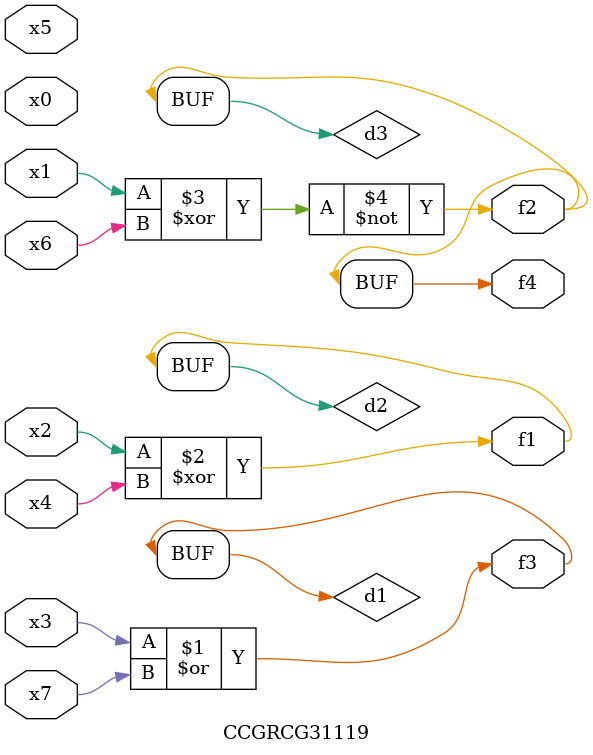
<source format=v>
module CCGRCG31119(
	input x0, x1, x2, x3, x4, x5, x6, x7,
	output f1, f2, f3, f4
);

	wire d1, d2, d3;

	or (d1, x3, x7);
	xor (d2, x2, x4);
	xnor (d3, x1, x6);
	assign f1 = d2;
	assign f2 = d3;
	assign f3 = d1;
	assign f4 = d3;
endmodule

</source>
